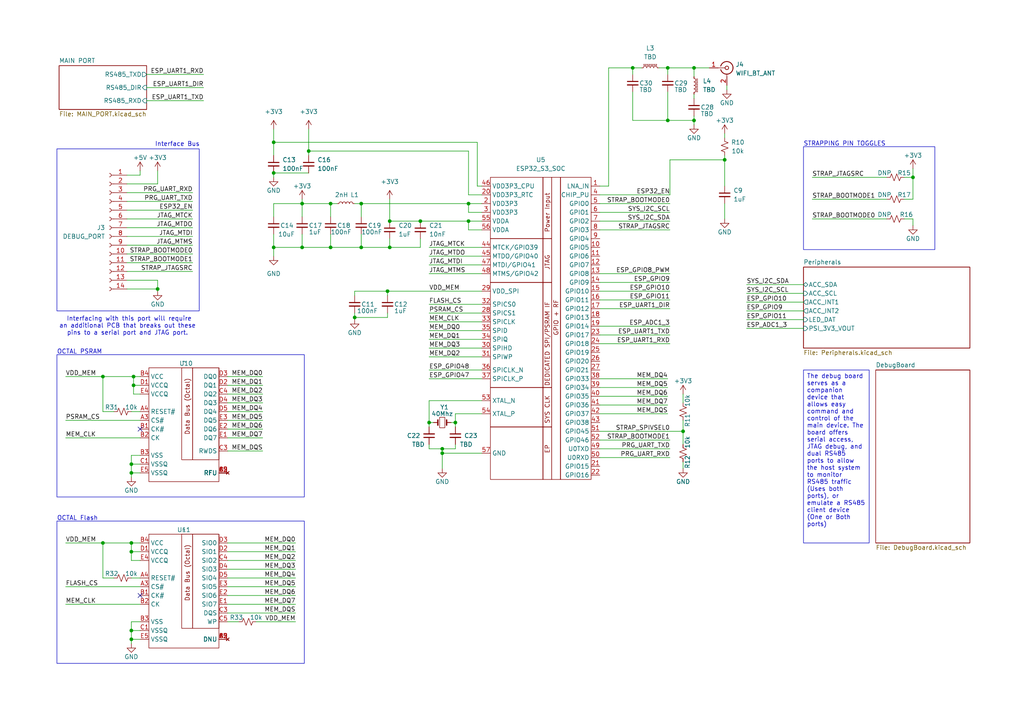
<source format=kicad_sch>
(kicad_sch (version 20250114) (generator "eeschema") (generator_version "9.0")
  (paper "A4")
  (title_block (title "HuffAndPuff") (date "2024-09-17") (rev "A1") (company "DanWave Design LLC.") (comment 1 "In Collaboration with MIF") (comment 2 "Design by: Daniel J Manla") (comment 3 "Open Source Hardware"))
  (lib_symbols
    (symbol "Connector:Conn_01x14_Socket" (pin_names (offset 1.016) (hide yes))
      (property "Reference" "J" (at 0 17.78 0))
      (property "Value" "Conn_01x14_Socket" (at 0 -20.32 0))
      (symbol "Conn_01x14_Socket_1_1"
        (polyline (pts (xy -1.27 15.24) (xy -0.508 15.24)) (stroke (width 0.1524)))
        (polyline (pts (xy -1.27 12.7) (xy -0.508 12.7)) (stroke (width 0.1524)))
        (polyline (pts (xy -1.27 10.16) (xy -0.508 10.16)) (stroke (width 0.1524)))
        (polyline (pts (xy -1.27 7.62) (xy -0.508 7.62)) (stroke (width 0.1524)))
        (polyline (pts (xy -1.27 5.08) (xy -0.508 5.08)) (stroke (width 0.1524)))
        (polyline (pts (xy -1.27 2.54) (xy -0.508 2.54)) (stroke (width 0.1524)))
        (polyline (pts (xy -1.27 0) (xy -0.508 0)) (stroke (width 0.1524)))
        (polyline (pts (xy -1.27 -2.54) (xy -0.508 -2.54)) (stroke (width 0.1524)))
        (polyline (pts (xy -1.27 -5.08) (xy -0.508 -5.08)) (stroke (width 0.1524)))
        (polyline (pts (xy -1.27 -7.62) (xy -0.508 -7.62)) (stroke (width 0.1524)))
        (polyline (pts (xy -1.27 -10.16) (xy -0.508 -10.16)) (stroke (width 0.1524)))
        (polyline (pts (xy -1.27 -12.7) (xy -0.508 -12.7)) (stroke (width 0.1524)))
        (polyline (pts (xy -1.27 -15.24) (xy -0.508 -15.24)) (stroke (width 0.1524)))
        (polyline (pts (xy -1.27 -17.78) (xy -0.508 -17.78)) (stroke (width 0.1524)))
        (arc (start 0 14.732) (mid -0.5058 15.24) (end 0 15.748) (stroke (width 0.1524)))
        (arc (start 0 12.192) (mid -0.5058 12.7) (end 0 13.208) (stroke (width 0.1524)))
        (arc (start 0 9.652) (mid -0.5058 10.16) (end 0 10.668) (stroke (width 0.1524)))
        (arc (start 0 7.112) (mid -0.5058 7.62) (end 0 8.128) (stroke (width 0.1524)))
        (arc (start 0 4.572) (mid -0.5058 5.08) (end 0 5.588) (stroke (width 0.1524)))
        (arc (start 0 2.032) (mid -0.5058 2.54) (end 0 3.048) (stroke (width 0.1524)))
        (arc (start 0 -0.508) (mid -0.5058 0) (end 0 0.508) (stroke (width 0.1524)))
        (arc (start 0 -3.048) (mid -0.5058 -2.54) (end 0 -2.032) (stroke (width 0.1524)))
        (arc (start 0 -5.588) (mid -0.5058 -5.08) (end 0 -4.572) (stroke (width 0.1524)))
        (arc (start 0 -8.128) (mid -0.5058 -7.62) (end 0 -7.112) (stroke (width 0.1524)))
        (arc (start 0 -10.668) (mid -0.5058 -10.16) (end 0 -9.652) (stroke (width 0.1524)))
        (arc (start 0 -13.208) (mid -0.5058 -12.7) (end 0 -12.192) (stroke (width 0.1524)))
        (arc (start 0 -15.748) (mid -0.5058 -15.24) (end 0 -14.732) (stroke (width 0.1524)))
        (arc (start 0 -18.288) (mid -0.5058 -17.78) (end 0 -17.272) (stroke (width 0.1524)))
        (pin passive line (at -5.08 15.24 0) (length 3.81) (name "Pin_1") (number "1"))
        (pin passive line (at -5.08 12.7 0) (length 3.81) (name "Pin_2") (number "2"))
        (pin passive line (at -5.08 10.16 0) (length 3.81) (name "Pin_3") (number "3"))
        (pin passive line (at -5.08 7.62 0) (length 3.81) (name "Pin_4") (number "4"))
        (pin passive line (at -5.08 5.08 0) (length 3.81) (name "Pin_5") (number "5"))
        (pin passive line (at -5.08 2.54 0) (length 3.81) (name "Pin_6") (number "6"))
        (pin passive line (at -5.08 0 0) (length 3.81) (name "Pin_7") (number "7"))
        (pin passive line (at -5.08 -2.54 0) (length 3.81) (name "Pin_8") (number "8"))
        (pin passive line (at -5.08 -5.08 0) (length 3.81) (name "Pin_9") (number "9"))
        (pin passive line (at -5.08 -7.62 0) (length 3.81) (name "Pin_10") (number "10"))
        (pin passive line (at -5.08 -10.16 0) (length 3.81) (name "Pin_11") (number "11"))
        (pin passive line (at -5.08 -12.7 0) (length 3.81) (name "Pin_12") (number "12"))
        (pin passive line (at -5.08 -15.24 0) (length 3.81) (name "Pin_13") (number "13"))
        (pin passive line (at -5.08 -17.78 0) (length 3.81) (name "Pin_14") (number "14"))
      )
    )
    (symbol "Connector:Conn_Coaxial" (pin_names (offset 1.016) (hide yes))
      (property "Reference" "J" (at 0.254 3.048 0))
      (property "Value" "Conn_Coaxial" (at 2.921 0 90))
      (symbol "Conn_Coaxial_0_1"
        (polyline (pts (xy -2.54 0) (xy -0.508 0)))
        (arc (start -1.778 0.508) (mid 0.222 1.8083) (end 1.778 0) (stroke (width 0.254)))
        (arc (start 1.778 0) (mid 0.222 -1.808) (end -1.778 -0.508) (stroke (width 0.254)))
        (circle (center 0 0) (radius 0.508) (stroke (width 0.2032)))
        (polyline (pts (xy 0 -2.54) (xy 0 -1.778)))
      )
      (symbol "Conn_Coaxial_1_1"
        (pin passive line (at -5.08 0 0) (length 2.54) (name "In") (number "1"))
        (pin passive line (at 0 -5.08 90) (length 2.54) (name "Ext") (number "2"))
      )
    )
    (symbol "Device:C_Small" (pin_numbers (hide yes)) (pin_names (offset 0.254) (hide yes))
      (property "Reference" "C" (at 0.254 1.778 0))
      (property "Value" "C_Small" (at 0.254 -2.032 0))
      (symbol "C_Small_0_1"
        (polyline (pts (xy -1.524 0.508) (xy 1.524 0.508)) (stroke (width 0.3048)))
        (polyline (pts (xy -1.524 -0.508) (xy 1.524 -0.508)) (stroke (width 0.3302)))
      )
      (symbol "C_Small_1_1"
        (pin passive line (at 0 2.54 270) (length 2.032) (name "~") (number "1"))
        (pin passive line (at 0 -2.54 90) (length 2.032) (name "~") (number "2"))
      )
    )
    (symbol "Device:Crystal_Small" (pin_numbers (hide yes)) (pin_names (offset 1.016) (hide yes))
      (property "Reference" "Y" (at 0 2.54 0))
      (property "Value" "Crystal_Small" (at 0 -2.54 0))
      (symbol "Crystal_Small_0_1"
        (polyline (pts (xy -1.27 -0.762) (xy -1.27 0.762)) (stroke (width 0.381)))
        (rectangle (start -0.762 -1.524) (end 0.762 1.524))
        (polyline (pts (xy 1.27 -0.762) (xy 1.27 0.762)) (stroke (width 0.381)))
      )
      (symbol "Crystal_Small_1_1"
        (pin passive line (at -2.54 0 0) (length 1.27) (name "1") (number "1"))
        (pin passive line (at 2.54 0 180) (length 1.27) (name "2") (number "2"))
      )
    )
    (symbol "Device:L_Ferrite_Small" (pin_numbers (hide yes)) (pin_names (offset 0.254) (hide yes))
      (property "Reference" "L" (at 1.27 1.016 0))
      (property "Value" "L_Ferrite_Small" (at 1.27 -1.27 0))
      (symbol "L_Ferrite_Small_0_1"
        (arc (start 0 2.032) (mid 0.5058 1.524) (end 0 1.016))
        (arc (start 0 1.016) (mid 0.5058 0.508) (end 0 0))
        (arc (start 0 0) (mid 0.5058 -0.508) (end 0 -1.016))
        (arc (start 0 -1.016) (mid 0.5058 -1.524) (end 0 -2.032))
        (polyline (pts (xy 0.762 1.651) (xy 0.762 1.905)))
        (polyline (pts (xy 0.762 1.143) (xy 0.762 1.397)))
        (polyline (pts (xy 0.762 0.635) (xy 0.762 0.889)))
        (polyline (pts (xy 0.762 0.127) (xy 0.762 0.381)))
        (polyline (pts (xy 0.762 -0.381) (xy 0.762 -0.127)))
        (polyline (pts (xy 0.762 -0.889) (xy 0.762 -0.635)))
        (polyline (pts (xy 0.762 -1.397) (xy 0.762 -1.143)))
        (polyline (pts (xy 0.762 -1.905) (xy 0.762 -1.651)))
        (polyline (pts (xy 1.016 1.905) (xy 1.016 1.651)))
        (polyline (pts (xy 1.016 1.397) (xy 1.016 1.143)))
        (polyline (pts (xy 1.016 0.889) (xy 1.016 0.635)))
        (polyline (pts (xy 1.016 0.381) (xy 1.016 0.127)))
        (polyline (pts (xy 1.016 -0.127) (xy 1.016 -0.381)))
        (polyline (pts (xy 1.016 -0.635) (xy 1.016 -0.889)))
        (polyline (pts (xy 1.016 -1.143) (xy 1.016 -1.397)))
        (polyline (pts (xy 1.016 -1.651) (xy 1.016 -1.905)))
      )
      (symbol "L_Ferrite_Small_1_1"
        (pin passive line (at 0 2.54 270) (length 0.508) (name "~") (number "1"))
        (pin passive line (at 0 -2.54 90) (length 0.508) (name "~") (number "2"))
      )
    )
    (symbol "Device:L_Small" (pin_numbers (hide yes)) (pin_names (offset 0.254) (hide yes))
      (property "Reference" "L" (at 0.762 1.016 0))
      (property "Value" "L_Small" (at 0.762 -1.016 0))
      (symbol "L_Small_0_1"
        (arc (start 0 2.032) (mid 0.5058 1.524) (end 0 1.016))
        (arc (start 0 1.016) (mid 0.5058 0.508) (end 0 0))
        (arc (start 0 0) (mid 0.5058 -0.508) (end 0 -1.016))
        (arc (start 0 -1.016) (mid 0.5058 -1.524) (end 0 -2.032))
      )
      (symbol "L_Small_1_1"
        (pin passive line (at 0 2.54 270) (length 0.508) (name "~") (number "1"))
        (pin passive line (at 0 -2.54 90) (length 0.508) (name "~") (number "2"))
      )
    )
    (symbol "Device:R_Small_US" (pin_numbers (hide yes)) (pin_names (offset 0.254) (hide yes))
      (property "Reference" "R" (at 0.762 0.508 0))
      (property "Value" "R_Small_US" (at 0.762 -1.016 0))
      (symbol "R_Small_US_1_1"
        (polyline (pts (xy 0 1.524) (xy 1.016 1.143) (xy 0 0.762) (xy -1.016 0.381) (xy 0 0)))
        (polyline (pts (xy 0 0) (xy 1.016 -0.381) (xy 0 -0.762) (xy -1.016 -1.143) (xy 0 -1.524)))
        (pin passive line (at 0 2.54 270) (length 1.016) (name "~") (number "1"))
        (pin passive line (at 0 -2.54 90) (length 1.016) (name "~") (number "2"))
      )
    )
    (symbol "ESP32_S3:ESP32_S3_SOC"
      (property "Reference" "U" (at 0 0 0))
      (property "Value" "ESP32_S3_SOC" (at 0 2.54 0))
      (symbol "ESP32_S3_SOC_0_0"
        (rectangle (start -15.24 -1.27) (end 0 -19.05))
        (rectangle (start -15.24 -31.75) (end 0 -62.23))
        (rectangle (start -15.24 -62.23) (end 0 -73.66))
        (rectangle (start -15.24 -73.66) (end 0 -88.9))
        (rectangle (start 0 -1.27) (end 2.54 -19.05))
        (rectangle (start 0 -19.05) (end 2.54 -31.75))
        (rectangle (start 0 -22.86) (end 0 -22.86))
        (rectangle (start 0 -31.75) (end 2.54 -62.23))
        (rectangle (start 0 -62.23) (end 2.54 -73.66))
        (rectangle (start 0 -73.66) (end 2.54 -88.9))
        (rectangle (start 2.54 -1.27) (end 5.08 -88.9))
        (rectangle (start 2.54 -62.23) (end 2.54 -62.23))
        (rectangle (start 5.08 -1.27) (end 13.97 -88.9))
        (text "Power Input" (at 1.27 -11.43 900) (effects (font (size 1.27 1.27))))
        (text "JTAG " (at 1.27 -25.4 900) (effects (font (size 1.27 1.27))))
        (text "DEDICATED SPI/PSRAM IF" (at 1.27 -49.53 900) (effects (font (size 1.27 1.27))))
        (text "SYS CLK" (at 1.27 -68.58 900) (effects (font (size 1.27 1.27))))
        (text "EP" (at 1.27 -80.01 900) (effects (font (size 1.27 1.27))))
        (text "GPIO + RF" (at 3.81 -41.91 900) (effects (font (size 1.27 1.27))))
        (pin power_in line (at -17.78 -3.81 0) (length 2.54) (name "VDD3P3_CPU") (number "46"))
        (pin power_in line (at -17.78 -13.97 0) (length 2.54) (name "VDDA") (number "55"))
        (pin power_in line (at -17.78 -16.51 0) (length 2.54) (name "VDDA") (number "56"))
        (pin bidirectional line (at -17.78 -66.04 0) (length 2.54) (name "XTAL_N") (number "53"))
        (pin bidirectional line (at -17.78 -69.85 0) (length 2.54) (name "XTAL_P") (number "54"))
        (pin power_out line (at -17.78 -81.28 0) (length 2.54) (name "GND") (number "57"))
        (pin bidirectional line (at 16.51 -74.93 180) (length 2.54) (name "GPIO45") (number "51"))
        (pin bidirectional line (at 16.51 -77.47 180) (length 2.54) (name "GPIO46") (number "52"))
        (pin output line (at 16.51 -80.01 180) (length 2.54) (name "U0TXD") (number "49"))
        (pin input line (at 16.51 -82.55 180) (length 2.54) (name "U0RXD") (number "50"))
      )
      (symbol "ESP32_S3_SOC_0_1"
        (rectangle (start -15.24 -19.05) (end 0 -31.75))
      )
      (symbol "ESP32_S3_SOC_1_1"
        (pin power_in line (at -17.78 -6.35 0) (length 2.54) (name "VDD3P3_RTC") (number "20"))
        (pin power_in line (at -17.78 -8.89 0) (length 2.54) (name "VDD3P3") (number "2"))
        (pin power_in line (at -17.78 -11.43 0) (length 2.54) (name "VDD3P3") (number "3"))
        (pin bidirectional line (at -17.78 -21.59 0) (length 2.54) (name "MTCK/GPIO39") (number "44"))
        (pin bidirectional line (at -17.78 -24.13 0) (length 2.54) (name "MTDO/GPIO40") (number "45"))
        (pin bidirectional line (at -17.78 -26.67 0) (length 2.54) (name "MTDI/GPIO41") (number "47"))
        (pin bidirectional line (at -17.78 -29.21 0) (length 2.54) (name "MTMS/GPIO42") (number "48"))
        (pin power_out line (at -17.78 -34.29 0) (length 2.54) (name "VDD_SPI") (number "29"))
        (pin bidirectional line (at -17.78 -38.1 0) (length 2.54) (name "SPICS0") (number "32"))
        (pin bidirectional line (at -17.78 -40.64 0) (length 2.54) (name "SPICS1") (number "28"))
        (pin output line (at -17.78 -43.18 0) (length 2.54) (name "SPICLK") (number "33"))
        (pin bidirectional line (at -17.78 -45.72 0) (length 2.54) (name "SPID") (number "35"))
        (pin bidirectional line (at -17.78 -48.26 0) (length 2.54) (name "SPIQ") (number "34"))
        (pin bidirectional line (at -17.78 -50.8 0) (length 2.54) (name "SPIHD") (number "30"))
        (pin bidirectional line (at -17.78 -53.34 0) (length 2.54) (name "SPIWP") (number "31"))
        (pin bidirectional line (at -17.78 -57.15 0) (length 2.54) (name "SPICLK_N") (number "36"))
        (pin bidirectional line (at -17.78 -59.69 0) (length 2.54) (name "SPICLK_P") (number "37"))
        (pin input line (at 16.51 -3.81 180) (length 2.54) (name "LNA_IN") (number "1"))
        (pin input line (at 16.51 -6.35 180) (length 2.54) (name "CHIP_PU") (number "4"))
        (pin bidirectional line (at 16.51 -8.89 180) (length 2.54) (name "GPIO0") (number "5"))
        (pin bidirectional line (at 16.51 -11.43 180) (length 2.54) (name "GPIO1") (number "6"))
        (pin bidirectional line (at 16.51 -13.97 180) (length 2.54) (name "GPIO2") (number "7"))
        (pin bidirectional line (at 16.51 -16.51 180) (length 2.54) (name "GPIO3") (number "8"))
        (pin bidirectional line (at 16.51 -19.05 180) (length 2.54) (name "GPIO4") (number "9"))
        (pin bidirectional line (at 16.51 -21.59 180) (length 2.54) (name "GPIO5") (number "10"))
        (pin bidirectional line (at 16.51 -24.13 180) (length 2.54) (name "GPIO6") (number "11"))
        (pin bidirectional line (at 16.51 -26.67 180) (length 2.54) (name "GPIO7") (number "12"))
        (pin bidirectional line (at 16.51 -29.21 180) (length 2.54) (name "GPIO8") (number "13"))
        (pin bidirectional line (at 16.51 -31.75 180) (length 2.54) (name "GPIO9") (number "14"))
        (pin bidirectional line (at 16.51 -34.29 180) (length 2.54) (name "GPIO10") (number "15"))
        (pin bidirectional line (at 16.51 -36.83 180) (length 2.54) (name "GPIO11") (number "16"))
        (pin bidirectional line (at 16.51 -39.37 180) (length 2.54) (name "GPIO12") (number "17"))
        (pin bidirectional line (at 16.51 -41.91 180) (length 2.54) (name "GPIO13") (number "18"))
        (pin bidirectional line (at 16.51 -44.45 180) (length 2.54) (name "GPIO14") (number "19"))
        (pin bidirectional line (at 16.51 -46.99 180) (length 2.54) (name "GPIO17") (number "23"))
        (pin bidirectional line (at 16.51 -49.53 180) (length 2.54) (name "GPIO18") (number "24"))
        (pin bidirectional line (at 16.51 -52.07 180) (length 2.54) (name "GPIO19") (number "25"))
        (pin bidirectional line (at 16.51 -54.61 180) (length 2.54) (name "GPIO20") (number "26"))
        (pin bidirectional line (at 16.51 -57.15 180) (length 2.54) (name "GPIO21") (number "27"))
        (pin bidirectional line (at 16.51 -59.69 180) (length 2.54) (name "GPIO33") (number "38"))
        (pin bidirectional line (at 16.51 -62.23 180) (length 2.54) (name "GPIO34") (number "39"))
        (pin bidirectional line (at 16.51 -64.77 180) (length 2.54) (name "GPIO35") (number "40"))
        (pin bidirectional line (at 16.51 -67.31 180) (length 2.54) (name "GPIO36") (number "41"))
        (pin bidirectional line (at 16.51 -69.85 180) (length 2.54) (name "GPIO37") (number "42"))
        (pin bidirectional line (at 16.51 -72.39 180) (length 2.54) (name "GPIO38") (number "43"))
        (pin input line (at 16.51 -85.09 180) (length 2.54) (name "GPIO15") (number "21"))
        (pin bidirectional line (at 16.51 -87.63 180) (length 2.54) (name "GPIO16") (number "22"))
      )
    )
    (symbol "External_RAM:S70K_HYPERRAM"
      (property "Reference" "U" (at 0 1.27 0))
      (symbol "S70K_HYPERRAM_0_1"
        (rectangle (start -0.635 0) (end 2.54 -26.67))
        (rectangle (start 2.54 0) (end 10.16 -26.67))
      )
      (symbol "S70K_HYPERRAM_1_1"
        (rectangle (start -10.16 0) (end 10.16 -33.02))
        (text "Data Bus (Octal)" (at 1.016 -11.176 900) (effects (font (size 1.27 1.27))))
        (pin input line (at -12.7 -2.54 0) (length 2.54) (name "VCC") (number "B4"))
        (pin power_in line (at -12.7 -5.08 0) (length 2.54) (name "VCCQ") (number "D1"))
        (pin power_in line (at -12.7 -7.62 0) (length 2.54) (name "VCCQ") (number "E4"))
        (pin input line (at -12.7 -12.7 0) (length 2.54) (name "RESET#") (number "A4"))
        (pin input line (at -12.7 -15.24 0) (length 2.54) (name "CS#") (number "A3"))
        (pin input line (at -12.7 -17.78 0) (length 2.54) (name "CK#") (number "B1"))
        (pin input line (at -12.7 -20.32 0) (length 2.54) (name "CK") (number "B2"))
        (pin power_in line (at -12.7 -25.4 0) (length 2.54) (name "VSS") (number "B3"))
        (pin power_in line (at -12.7 -27.94 0) (length 2.54) (name "VSSQ") (number "C1"))
        (pin bidirectional line (at -12.7 -30.48 0) (length 2.54) (name "VSSQ") (number "E5"))
        (pin bidirectional line (at 12.7 -2.54 180) (length 2.54) (name "DQ0") (number "D3"))
        (pin bidirectional line (at 12.7 -5.08 180) (length 2.54) (name "DQ1") (number "D2"))
        (pin bidirectional line (at 12.7 -7.62 180) (length 2.54) (name "DQ2") (number "C4"))
        (pin bidirectional line (at 12.7 -10.16 180) (length 2.54) (name "DQ3") (number "D4"))
        (pin bidirectional line (at 12.7 -12.7 180) (length 2.54) (name "DQ4") (number "D5"))
        (pin bidirectional line (at 12.7 -15.24 180) (length 2.54) (name "DQ5") (number "E3"))
        (pin bidirectional line (at 12.7 -17.78 180) (length 2.54) (name "DQ6") (number "E2"))
        (pin bidirectional line (at 12.7 -20.32 180) (length 2.54) (name "DQ7") (number "E1"))
        (pin input line (at 12.7 -24.13 180) (length 2.54) (name "RWDS") (number "C3"))
        (pin no_connect line (at 12.7 -30.48 180) (length 2.54) (name "RFU") (number "A2"))
        (pin no_connect line (at 12.7 -30.48 180) (length 2.54) (name "RFU") (number "A5"))
        (pin no_connect line (at 12.7 -30.48 180) (length 2.54) (name "RFU") (number "B5"))
        (pin no_connect line (at 12.7 -30.48 180) (length 2.54) (name "RFU") (number "C2"))
        (pin no_connect line (at 12.7 -30.48 180) (length 2.54) (name "RFU") (number "C5"))
      )
    )
    (symbol "Flash:MX25LM25645G"
      (property "Reference" "U" (at 0 0 0))
      (symbol "MX25LM25645G_0_1"
        (rectangle (start -0.635 -1.27) (end 2.54 -28.575))
        (rectangle (start 2.54 -1.27) (end 10.16 -28.575))
      )
      (symbol "MX25LM25645G_1_1"
        (rectangle (start -10.16 -1.27) (end 10.16 -34.29))
        (text "Data Bus (Octal)" (at 1.016 -12.446 900) (effects (font (size 1.27 1.27))))
        (pin input line (at -12.7 -3.81 0) (length 2.54) (name "VCC") (number "B4"))
        (pin power_in line (at -12.7 -6.35 0) (length 2.54) (name "VCCQ") (number "D1"))
        (pin power_in line (at -12.7 -8.89 0) (length 2.54) (name "VCCQ") (number "E4"))
        (pin input line (at -12.7 -13.97 0) (length 2.54) (name "RESET#") (number "A4"))
        (pin input line (at -12.7 -16.51 0) (length 2.54) (name "CS#") (number "A3"))
        (pin input line (at -12.7 -19.05 0) (length 2.54) (name "CK#") (number "B1"))
        (pin input line (at -12.7 -21.59 0) (length 2.54) (name "CK") (number "B2"))
        (pin power_in line (at -12.7 -26.67 0) (length 2.54) (name "VSS") (number "B3"))
        (pin power_in line (at -12.7 -29.21 0) (length 2.54) (name "VSSQ") (number "C1"))
        (pin bidirectional line (at -12.7 -31.75 0) (length 2.54) (name "VSSQ") (number "E5"))
        (pin bidirectional line (at 12.7 -3.81 180) (length 2.54) (name "SIO0") (number "D3"))
        (pin bidirectional line (at 12.7 -6.35 180) (length 2.54) (name "SIO1") (number "D2"))
        (pin bidirectional line (at 12.7 -8.89 180) (length 2.54) (name "SIO2") (number "C4"))
        (pin bidirectional line (at 12.7 -11.43 180) (length 2.54) (name "SIO3") (number "D4"))
        (pin bidirectional line (at 12.7 -13.97 180) (length 2.54) (name "SIO4") (number "D5"))
        (pin bidirectional line (at 12.7 -16.51 180) (length 2.54) (name "SIO5") (number "E3"))
        (pin bidirectional line (at 12.7 -19.05 180) (length 2.54) (name "SIO6") (number "E2"))
        (pin bidirectional line (at 12.7 -21.59 180) (length 2.54) (name "SIO7") (number "E1"))
        (pin input line (at 12.7 -24.13 180) (length 2.54) (name "DQS") (number "C3"))
        (pin input line (at 12.7 -26.67 180) (length 2.54) (name "WP") (number "C5"))
        (pin no_connect line (at 12.7 -31.75 180) (length 2.54) (name "DNU") (number "A2"))
        (pin no_connect line (at 12.7 -31.75 180) (length 2.54) (name "DNU") (number "A5"))
        (pin no_connect line (at 12.7 -31.75 180) (length 2.54) (name "DNU") (number "B5"))
        (pin no_connect line (at 12.7 -31.75 180) (length 2.54) (name "DNU") (number "C2"))
      )
    )
    (symbol "power:+3V3" (power) (pin_names (offset 0))
      (property "Value" "+3V3" (at 0 3.556 0))
      (symbol "+3V3_0_1"
        (polyline (pts (xy -0.762 1.27) (xy 0 2.54)))
        (polyline (pts (xy 0 2.54) (xy 0.762 1.27)))
        (polyline (pts (xy 0 0) (xy 0 2.54)))
      )
      (symbol "+3V3_1_1"
        (pin power_in line (at 0 0 90) (length 0) (hide yes) (name "+3V3") (number "1"))
      )
    )
    (symbol "power:+5V" (power) (pin_numbers (hide yes)) (pin_names (offset 0) (hide yes))
      (property "Value" "+5V" (at 0 3.556 0))
      (symbol "+5V_0_1"
        (polyline (pts (xy -0.762 1.27) (xy 0 2.54)))
        (polyline (pts (xy 0 2.54) (xy 0.762 1.27)))
        (polyline (pts (xy 0 0) (xy 0 2.54)))
      )
      (symbol "+5V_1_1"
        (pin power_in line (at 0 0 90) (length 0) (name "~") (number "1"))
      )
    )
    (symbol "power:GND" (power) (pin_names (offset 0))
      (property "Value" "GND" (at 0 -3.81 0))
      (symbol "GND_0_1"
        (polyline (pts (xy 0 0) (xy 0 -1.27) (xy 1.27 -1.27) (xy 0 -2.54) (xy -1.27 -1.27) (xy 0 -1.27)))
      )
      (symbol "GND_1_1"
        (pin power_in line (at 0 0 270) (length 0) (hide yes) (name "GND") (number "1"))
      )
    )
  )
  (rectangle (start 16.51 151.13) (end 88.265 192.405))
  (rectangle (start 233.045 42.545) (end 271.145 72.39))
  (rectangle (start 16.51 90.17) (end 57.785 43.18))
  (rectangle (start 16.51 102.87) (end 88.265 144.145))
  (text "Interfacing with this port will require\nan additional PCB that breaks out these \npins to a serial port and JTAG port. " (at 37.465 94.615 0) (effects (font (size 1.27 1.27))))
  (text "STRAPPING PIN TOGGLES" (at 233.045 42.545 0) (effects (font (size 1.27 1.27)) (justify left bottom)))
  (text "Interface Bus" (at 51.435 41.91 0) (effects (font (size 1.27 1.27))))
  (text "OCTAL Flash" (at 16.51 151.13 0) (effects (font (size 1.27 1.27)) (justify left bottom)))
  (text "OCTAL PSRAM" (at 16.51 102.87 0) (effects (font (size 1.27 1.27)) (justify left bottom)))
  (text_box "The debug board serves as a companion device that allows easy command and control of the main device. The board offers serial access, JTAG debug, and dual RS485 ports to allow the host system to monitor RS485 traffic (Uses both ports), or emulate a RS485 client device (One or Both ports)" (at 233.045 107.315 0) (size 19.05 50.165) (margins 0.9525 0.9525 0.9525 0.9525) (effects (font (size 1.27 1.27)) (justify left top)))
  (junction (at 38.1 182.88))
  (junction (at 79.375 71.755))
  (junction (at 38.1 160.02))
  (junction (at 104.775 71.755))
  (junction (at 95.885 71.755))
  (junction (at 38.1 137.16))
  (junction (at 264.795 51.435))
  (junction (at 210.185 46.355))
  (junction (at 193.675 34.925))
  (junction (at 87.63 59.055))
  (junction (at 132.08 122.555))
  (junction (at 38.735 109.22))
  (junction (at 38.1 134.62))
  (junction (at 135.89 59.055))
  (junction (at 183.515 19.685))
  (junction (at 87.63 71.755))
  (junction (at 113.03 71.755))
  (junction (at 104.775 59.055))
  (junction (at 201.295 34.925))
  (junction (at 113.03 64.135))
  (junction (at 112.395 84.455))
  (junction (at 38.1 157.48))
  (junction (at 198.12 125.095))
  (junction (at 201.295 19.685))
  (junction (at 102.87 92.075))
  (junction (at 135.89 64.135))
  (junction (at 38.1 185.42))
  (junction (at 38.735 111.76))
  (junction (at 124.46 122.555))
  (junction (at 193.675 19.685))
  (junction (at 45.72 83.82))
  (junction (at 79.375 41.275))
  (junction (at 89.535 43.815))
  (junction (at 128.27 130.175))
  (junction (at 121.92 64.135))
  (junction (at 128.27 131.445))
  (junction (at 95.885 59.055))
  (junction (at 29.845 109.22))
  (junction (at 79.375 50.165))
  (junction (at 29.845 157.48))
  (no_connect (at 40.64 124.46))
  (no_connect (at 40.64 172.72))
  (wire (pts (xy 112.395 92.075) (xy 112.395 90.805)))
  (wire (pts (xy 33.02 119.38) (xy 29.845 119.38)))
  (wire (pts (xy 198.12 121.92) (xy 198.12 125.095)))
  (wire (pts (xy 40.64 114.3) (xy 38.735 114.3)))
  (wire (pts (xy 42.545 29.21) (xy 59.055 29.21)))
  (wire (pts (xy 74.295 180.34) (xy 85.725 180.34)))
  (wire (pts (xy 138.43 41.275) (xy 138.43 53.975)))
  (wire (pts (xy 262.255 51.435) (xy 264.795 51.435)))
  (wire (pts (xy 38.735 111.76) (xy 40.64 111.76)))
  (wire (pts (xy 36.83 76.2) (xy 55.88 76.2)))
  (wire (pts (xy 29.845 157.48) (xy 38.1 157.48)))
  (wire (pts (xy 36.83 66.04) (xy 55.88 66.04)))
  (wire (pts (xy 193.675 34.925) (xy 201.295 34.925)))
  (wire (pts (xy 191.135 19.685) (xy 193.675 19.685)))
  (wire (pts (xy 128.27 131.445) (xy 128.27 135.89)))
  (wire (pts (xy 104.775 67.945) (xy 104.775 71.755)))
  (wire (pts (xy 173.99 99.695) (xy 194.31 99.695)))
  (wire (pts (xy 66.04 170.18) (xy 85.725 170.18)))
  (wire (pts (xy 235.585 63.5) (xy 257.175 63.5)))
  (wire (pts (xy 124.46 128.905) (xy 124.46 130.175)))
  (wire (pts (xy 216.535 87.63) (xy 233.045 87.63)))
  (wire (pts (xy 210.185 59.055) (xy 210.185 63.5)))
  (wire (pts (xy 19.05 109.22) (xy 29.845 109.22)))
  (wire (pts (xy 173.99 56.515) (xy 194.31 56.515)))
  (wire (pts (xy 112.395 84.455) (xy 112.395 85.725)))
  (wire (pts (xy 176.53 53.975) (xy 176.53 19.685)))
  (wire (pts (xy 38.1 160.02) (xy 38.1 162.56)))
  (wire (pts (xy 139.7 131.445) (xy 128.27 131.445)))
  (wire (pts (xy 36.83 71.12) (xy 55.88 71.12)))
  (wire (pts (xy 235.585 51.435) (xy 257.175 51.435)))
  (wire (pts (xy 79.375 71.755) (xy 87.63 71.755)))
  (wire (pts (xy 193.675 19.685) (xy 201.295 19.685)))
  (wire (pts (xy 264.795 63.5) (xy 264.795 65.405)))
  (wire (pts (xy 201.295 33.655) (xy 201.295 34.925)))
  (wire (pts (xy 124.46 98.425) (xy 139.7 98.425)))
  (wire (pts (xy 38.735 114.3) (xy 38.735 111.76)))
  (wire (pts (xy 36.83 55.88) (xy 55.88 55.88)))
  (wire (pts (xy 194.31 56.515) (xy 194.31 46.355)))
  (wire (pts (xy 173.99 125.095) (xy 198.12 125.095)))
  (wire (pts (xy 216.535 95.25) (xy 233.045 95.25)))
  (wire (pts (xy 124.46 95.885) (xy 139.7 95.885)))
  (wire (pts (xy 216.535 92.71) (xy 233.045 92.71)))
  (wire (pts (xy 173.99 120.015) (xy 193.675 120.015)))
  (wire (pts (xy 139.7 90.805) (xy 124.46 90.805)))
  (wire (pts (xy 235.585 57.785) (xy 257.175 57.785)))
  (wire (pts (xy 139.7 66.675) (xy 135.89 66.675)))
  (wire (pts (xy 38.1 162.56) (xy 40.64 162.56)))
  (wire (pts (xy 124.46 107.315) (xy 139.7 107.315)))
  (wire (pts (xy 19.05 170.18) (xy 40.64 170.18)))
  (wire (pts (xy 112.395 84.455) (xy 139.7 84.455)))
  (wire (pts (xy 194.31 46.355) (xy 210.185 46.355)))
  (wire (pts (xy 264.795 48.895) (xy 264.795 51.435)))
  (wire (pts (xy 33.02 167.64) (xy 29.845 167.64)))
  (wire (pts (xy 66.04 121.92) (xy 76.2 121.92)))
  (wire (pts (xy 124.46 103.505) (xy 139.7 103.505)))
  (wire (pts (xy 45.72 83.82) (xy 45.72 84.455)))
  (wire (pts (xy 132.08 120.015) (xy 132.08 122.555)))
  (wire (pts (xy 66.04 167.64) (xy 85.725 167.64)))
  (wire (pts (xy 201.295 27.305) (xy 201.295 28.575)))
  (wire (pts (xy 210.185 45.085) (xy 210.185 46.355)))
  (wire (pts (xy 176.53 19.685) (xy 183.515 19.685)))
  (wire (pts (xy 201.295 19.685) (xy 205.74 19.685)))
  (wire (pts (xy 173.99 79.375) (xy 194.31 79.375)))
  (wire (pts (xy 262.255 57.785) (xy 264.795 57.785)))
  (wire (pts (xy 87.63 57.785) (xy 87.63 59.055)))
  (wire (pts (xy 38.1 160.02) (xy 40.64 160.02)))
  (wire (pts (xy 124.46 93.345) (xy 139.7 93.345)))
  (wire (pts (xy 173.99 132.715) (xy 194.31 132.715)))
  (wire (pts (xy 95.885 71.755) (xy 104.775 71.755)))
  (wire (pts (xy 38.1 167.64) (xy 40.64 167.64)))
  (wire (pts (xy 121.92 71.755) (xy 121.92 69.215)))
  (wire (pts (xy 183.515 19.685) (xy 186.055 19.685)))
  (wire (pts (xy 113.03 64.135) (xy 121.92 64.135)))
  (wire (pts (xy 138.43 53.975) (xy 139.7 53.975)))
  (wire (pts (xy 135.89 59.055) (xy 139.7 59.055)))
  (wire (pts (xy 45.72 81.28) (xy 45.72 83.82)))
  (wire (pts (xy 139.7 64.135) (xy 135.89 64.135)))
  (wire (pts (xy 79.375 67.945) (xy 79.375 71.755)))
  (wire (pts (xy 38.1 182.88) (xy 38.1 185.42)))
  (wire (pts (xy 135.89 56.515) (xy 135.89 43.815)))
  (wire (pts (xy 135.89 66.675) (xy 135.89 64.135)))
  (wire (pts (xy 264.795 51.435) (xy 264.795 57.785)))
  (wire (pts (xy 36.83 81.28) (xy 45.72 81.28)))
  (wire (pts (xy 198.12 114.3) (xy 198.12 116.84)))
  (wire (pts (xy 36.83 73.66) (xy 55.88 73.66)))
  (wire (pts (xy 183.515 34.925) (xy 193.675 34.925)))
  (wire (pts (xy 113.03 69.215) (xy 113.03 71.755)))
  (wire (pts (xy 79.375 59.055) (xy 79.375 62.865)))
  (wire (pts (xy 124.46 116.205) (xy 124.46 122.555)))
  (wire (pts (xy 36.83 58.42) (xy 55.88 58.42)))
  (wire (pts (xy 89.535 43.815) (xy 89.535 45.085)))
  (wire (pts (xy 66.04 116.84) (xy 76.2 116.84)))
  (wire (pts (xy 201.295 19.685) (xy 201.295 22.225)))
  (wire (pts (xy 38.735 109.22) (xy 40.64 109.22)))
  (wire (pts (xy 173.99 112.395) (xy 193.675 112.395)))
  (wire (pts (xy 135.89 61.595) (xy 135.89 59.055)))
  (wire (pts (xy 113.03 57.785) (xy 113.03 64.135)))
  (wire (pts (xy 130.81 122.555) (xy 132.08 122.555)))
  (wire (pts (xy 66.04 177.8) (xy 85.725 177.8)))
  (wire (pts (xy 124.46 76.835) (xy 139.7 76.835)))
  (wire (pts (xy 124.46 122.555) (xy 125.73 122.555)))
  (wire (pts (xy 38.1 185.42) (xy 38.1 186.69)))
  (wire (pts (xy 66.04 172.72) (xy 85.725 172.72)))
  (wire (pts (xy 104.775 59.055) (xy 135.89 59.055)))
  (wire (pts (xy 198.12 125.095) (xy 198.12 128.905)))
  (wire (pts (xy 29.845 167.64) (xy 29.845 157.48)))
  (wire (pts (xy 124.46 122.555) (xy 124.46 123.825)))
  (wire (pts (xy 102.87 84.455) (xy 112.395 84.455)))
  (wire (pts (xy 216.535 85.09) (xy 233.045 85.09)))
  (wire (pts (xy 66.04 114.3) (xy 76.2 114.3)))
  (wire (pts (xy 128.27 130.175) (xy 132.08 130.175)))
  (wire (pts (xy 29.845 119.38) (xy 29.845 109.22)))
  (wire (pts (xy 173.99 64.135) (xy 194.31 64.135)))
  (wire (pts (xy 216.535 82.55) (xy 233.045 82.55)))
  (wire (pts (xy 38.1 157.48) (xy 40.64 157.48)))
  (wire (pts (xy 183.515 26.67) (xy 183.515 34.925)))
  (wire (pts (xy 198.12 133.985) (xy 198.12 135.89)))
  (wire (pts (xy 38.1 137.16) (xy 38.1 138.43)))
  (wire (pts (xy 66.04 127) (xy 76.2 127)))
  (wire (pts (xy 79.375 50.165) (xy 79.375 51.435)))
  (wire (pts (xy 66.04 175.26) (xy 85.725 175.26)))
  (wire (pts (xy 173.99 97.155) (xy 194.31 97.155)))
  (wire (pts (xy 36.83 53.34) (xy 45.72 53.34)))
  (wire (pts (xy 36.83 68.58) (xy 55.88 68.58)))
  (wire (pts (xy 19.05 127) (xy 40.64 127)))
  (wire (pts (xy 216.535 90.17) (xy 233.045 90.17)))
  (wire (pts (xy 38.1 157.48) (xy 38.1 160.02)))
  (wire (pts (xy 89.535 50.165) (xy 79.375 50.165)))
  (wire (pts (xy 193.675 19.685) (xy 193.675 21.59)))
  (wire (pts (xy 29.845 109.22) (xy 38.735 109.22)))
  (wire (pts (xy 173.99 84.455) (xy 194.31 84.455)))
  (wire (pts (xy 173.99 81.915) (xy 194.31 81.915)))
  (wire (pts (xy 210.185 46.355) (xy 210.185 53.975)))
  (wire (pts (xy 210.185 38.735) (xy 210.185 40.005)))
  (wire (pts (xy 40.64 134.62) (xy 38.1 134.62)))
  (wire (pts (xy 173.99 59.055) (xy 194.31 59.055)))
  (wire (pts (xy 102.87 90.805) (xy 102.87 92.075)))
  (wire (pts (xy 124.46 88.265) (xy 139.7 88.265)))
  (wire (pts (xy 132.08 128.905) (xy 132.08 130.175)))
  (wire (pts (xy 36.83 50.8) (xy 40.64 50.8)))
  (wire (pts (xy 38.1 185.42) (xy 40.64 185.42)))
  (wire (pts (xy 139.7 61.595) (xy 135.89 61.595)))
  (wire (pts (xy 66.04 165.1) (xy 85.725 165.1)))
  (wire (pts (xy 173.99 89.535) (xy 194.31 89.535)))
  (wire (pts (xy 124.46 100.965) (xy 139.7 100.965)))
  (wire (pts (xy 102.87 92.71) (xy 102.87 92.075)))
  (wire (pts (xy 173.99 117.475) (xy 193.675 117.475)))
  (wire (pts (xy 38.1 132.08) (xy 38.1 134.62)))
  (wire (pts (xy 79.375 45.085) (xy 79.375 41.275)))
  (wire (pts (xy 66.04 160.02) (xy 85.725 160.02)))
  (wire (pts (xy 173.99 66.675) (xy 194.31 66.675)))
  (wire (pts (xy 87.63 59.055) (xy 87.63 62.865)))
  (wire (pts (xy 124.46 130.175) (xy 128.27 130.175)))
  (wire (pts (xy 19.05 121.92) (xy 40.64 121.92)))
  (wire (pts (xy 139.7 116.205) (xy 124.46 116.205)))
  (wire (pts (xy 173.99 114.935) (xy 193.675 114.935)))
  (wire (pts (xy 38.1 134.62) (xy 38.1 137.16)))
  (wire (pts (xy 19.05 157.48) (xy 29.845 157.48)))
  (wire (pts (xy 173.99 61.595) (xy 194.31 61.595)))
  (wire (pts (xy 40.64 180.34) (xy 38.1 180.34)))
  (wire (pts (xy 128.27 131.445) (xy 128.27 130.175)))
  (wire (pts (xy 87.63 71.755) (xy 95.885 71.755)))
  (wire (pts (xy 66.04 109.22) (xy 76.2 109.22)))
  (wire (pts (xy 201.295 34.925) (xy 201.295 36.195)))
  (wire (pts (xy 66.04 130.81) (xy 76.2 130.81)))
  (wire (pts (xy 183.515 19.685) (xy 183.515 21.59)))
  (wire (pts (xy 95.885 59.055) (xy 97.79 59.055)))
  (wire (pts (xy 124.46 109.855) (xy 139.7 109.855)))
  (wire (pts (xy 87.63 59.055) (xy 79.375 59.055)))
  (wire (pts (xy 79.375 37.465) (xy 79.375 41.275)))
  (wire (pts (xy 210.82 24.765) (xy 210.82 26.035)))
  (wire (pts (xy 104.775 71.755) (xy 113.03 71.755)))
  (wire (pts (xy 102.87 84.455) (xy 102.87 85.725)))
  (wire (pts (xy 95.885 59.055) (xy 87.63 59.055)))
  (wire (pts (xy 79.375 41.275) (xy 138.43 41.275)))
  (wire (pts (xy 135.89 56.515) (xy 139.7 56.515)))
  (wire (pts (xy 36.83 83.82) (xy 45.72 83.82)))
  (wire (pts (xy 124.46 71.755) (xy 139.7 71.755)))
  (wire (pts (xy 139.7 120.015) (xy 132.08 120.015)))
  (wire (pts (xy 36.83 60.96) (xy 55.88 60.96)))
  (wire (pts (xy 87.63 67.945) (xy 87.63 71.755)))
  (wire (pts (xy 38.735 111.76) (xy 38.735 109.22)))
  (wire (pts (xy 66.04 157.48) (xy 85.725 157.48)))
  (wire (pts (xy 36.83 78.74) (xy 55.88 78.74)))
  (wire (pts (xy 193.675 26.67) (xy 193.675 34.925)))
  (wire (pts (xy 124.46 74.295) (xy 139.7 74.295)))
  (wire (pts (xy 262.255 63.5) (xy 264.795 63.5)))
  (wire (pts (xy 173.99 127.635) (xy 194.31 127.635)))
  (wire (pts (xy 173.99 86.995) (xy 194.31 86.995)))
  (wire (pts (xy 42.545 21.59) (xy 59.055 21.59)))
  (wire (pts (xy 36.83 63.5) (xy 55.88 63.5)))
  (wire (pts (xy 113.03 71.755) (xy 121.92 71.755)))
  (wire (pts (xy 19.05 175.26) (xy 40.64 175.26)))
  (wire (pts (xy 173.99 53.975) (xy 176.53 53.975)))
  (wire (pts (xy 135.89 43.815) (xy 89.535 43.815)))
  (wire (pts (xy 66.04 124.46) (xy 76.2 124.46)))
  (wire (pts (xy 66.04 119.38) (xy 76.2 119.38)))
  (wire (pts (xy 95.885 59.055) (xy 95.885 62.865)))
  (wire (pts (xy 132.08 122.555) (xy 132.08 123.825)))
  (wire (pts (xy 66.04 162.56) (xy 85.725 162.56)))
  (wire (pts (xy 42.545 25.4) (xy 59.055 25.4)))
  (wire (pts (xy 102.87 92.075) (xy 112.395 92.075)))
  (wire (pts (xy 45.72 53.34) (xy 45.72 49.53)))
  (wire (pts (xy 173.99 130.175) (xy 194.31 130.175)))
  (wire (pts (xy 173.99 94.615) (xy 194.31 94.615)))
  (wire (pts (xy 89.535 37.465) (xy 89.535 43.815)))
  (wire (pts (xy 124.46 79.375) (xy 139.7 79.375)))
  (wire (pts (xy 66.04 111.76) (xy 76.2 111.76)))
  (wire (pts (xy 79.375 71.755) (xy 79.375 74.295)))
  (wire (pts (xy 102.87 59.055) (xy 104.775 59.055)))
  (wire (pts (xy 66.04 180.34) (xy 69.215 180.34)))
  (wire (pts (xy 40.64 182.88) (xy 38.1 182.88)))
  (wire (pts (xy 121.92 64.135) (xy 135.89 64.135)))
  (wire (pts (xy 38.1 137.16) (xy 40.64 137.16)))
  (wire (pts (xy 40.64 50.8) (xy 40.64 49.53)))
  (wire (pts (xy 173.99 109.855) (xy 193.675 109.855)))
  (wire (pts (xy 104.775 59.055) (xy 104.775 62.865)))
  (wire (pts (xy 95.885 67.945) (xy 95.885 71.755)))
  (wire (pts (xy 40.64 132.08) (xy 38.1 132.08)))
  (wire (pts (xy 38.1 180.34) (xy 38.1 182.88)))
  (wire (pts (xy 38.1 119.38) (xy 40.64 119.38)))
  (label "MEM_DQ5" (at 76.2 121.92 180))
  (label "MEM_DQS" (at 76.2 130.81 180))
  (label "PRG_UART_TXD" (at 194.31 130.175 180))
  (label "ESP_GPIO11" (at 194.31 86.995 180))
  (label "MEM_CLK" (at 19.05 127 0))
  (label "MEM_DQ2" (at 76.2 114.3 180))
  (label "JTAG_MTDO" (at 55.88 66.04 180))
  (label "PRG_UART_RXD" (at 55.88 55.88 180))
  (label "JTAG_MTCK" (at 124.46 71.755 0))
  (label "STRAP_BOOTMODE0" (at 55.88 73.66 180))
  (label "MEM_DQ1" (at 124.46 98.425 0))
  (label "MEM_DQ6" (at 85.725 172.72 180))
  (label "MEM_DQ7" (at 85.725 175.26 180))
  (label "MEM_DQ0" (at 85.725 157.48 180))
  (label "ESP_GPIO11" (at 216.535 92.71 0))
  (label "JTAG_MTCK" (at 55.88 63.5 180))
  (label "MEM_DQ7" (at 76.2 127 180))
  (label "MEM_DQ5" (at 193.675 112.395 180))
  (label "VDD_MEM" (at 19.05 109.22 0))
  (label "ESP_GPIO9" (at 216.535 90.17 0))
  (label "STRAP_BOOTMODE0" (at 194.31 59.055 180))
  (label "MEM_DQ0" (at 124.46 95.885 0))
  (label "MEM_DQ4" (at 85.725 167.64 180))
  (label "ESP_UART1_TXD" (at 194.31 97.155 180))
  (label "MEM_CLK" (at 19.05 175.26 0))
  (label "STRAP_BOOTMODE1" (at 55.88 76.2 180))
  (label "STRAP_BOOTMODE1" (at 194.31 127.635 180))
  (label "MEM_DQ3" (at 124.46 100.965 0))
  (label "STRAP_BOOTMODE1" (at 235.585 57.785 0))
  (label "ESP_GPIO10" (at 194.31 84.455 180))
  (label "ESP_GPIO10" (at 216.535 87.63 0))
  (label "MEM_DQ6" (at 193.675 114.935 180))
  (label "ESP_GPIO8_PWM" (at 194.31 79.375 180))
  (label "MEM_DQ3" (at 76.2 116.84 180))
  (label "ESP_UART1_DIR" (at 194.31 89.535 180))
  (label "MEM_DQS" (at 85.725 177.8 180))
  (label "ESP_UART1_TXD" (at 59.055 29.21 180))
  (label "PRG_UART_TXD" (at 55.88 58.42 180))
  (label "MEM_DQ2" (at 85.725 162.56 180))
  (label "MEM_DQ3" (at 85.725 165.1 180))
  (label "MEM_DQ2" (at 124.46 103.505 0))
  (label "ESP_ADC1_3" (at 216.535 95.25 0))
  (label "ESP_GPIO47" (at 124.46 109.855 0))
  (label "ESP_GPIO9" (at 194.31 81.915 180))
  (label "JTAG_MTDI" (at 55.88 68.58 180))
  (label "MEM_DQ1" (at 85.725 160.02 180))
  (label "MEM_DQ7" (at 193.675 117.475 180))
  (label "JTAG_MTDI" (at 124.46 76.835 0))
  (label "STRAP_SPIVSEL0" (at 194.31 125.095 180))
  (label "MEM_DQ6" (at 76.2 124.46 180))
  (label "VDD_MEM" (at 19.05 157.48 0))
  (label "MEM_CLK" (at 124.46 93.345 0))
  (label "PRG_UART_RXD" (at 194.31 132.715 180))
  (label "MEM_DQ4" (at 76.2 119.38 180))
  (label "FLASH_CS" (at 124.46 88.265 0))
  (label "SYS_I2C_SDA" (at 216.535 82.55 0))
  (label "MEM_DQ1" (at 76.2 111.76 180))
  (label "ESP32_EN" (at 194.31 56.515 180))
  (label "MEM_DQS" (at 193.675 120.015 180))
  (label "PSRAM_CS" (at 124.46 90.805 0))
  (label "MEM_DQ5" (at 85.725 170.18 180))
  (label "JTAG_MTMS" (at 55.88 71.12 180))
  (label "VDD_MEM" (at 124.46 84.455 0))
  (label "ESP_UART1_RXD" (at 59.055 21.59 180))
  (label "ESP_UART1_RXD" (at 194.31 99.695 180))
  (label "MEM_DQ0" (at 76.2 109.22 180))
  (label "PSRAM_CS" (at 19.05 121.92 0))
  (label "ESP_UART1_DIR" (at 59.055 25.4 180))
  (label "FLASH_CS" (at 19.05 170.18 0))
  (label "VDD_MEM" (at 85.725 180.34 180))
  (label "JTAG_MTMS" (at 124.46 79.375 0))
  (label "ESP32_EN" (at 55.88 60.96 180))
  (label "ESP_ADC1_3" (at 194.31 94.615 180))
  (label "SYS_I2C_SCL" (at 194.31 61.595 180))
  (label "MEM_DQ4" (at 193.675 109.855 180))
  (label "SYS_I2C_SCL" (at 216.535 85.09 0))
  (label "STRAP_JTAGSRC" (at 194.31 66.675 180))
  (label "STRAP_JTAGSRC" (at 55.88 78.74 180))
  (label "STRAP_JTAGSRC" (at 235.585 51.435 0))
  (label "STRAP_BOOTMODE0" (at 235.585 63.5 0))
  (label "ESP_GPIO48" (at 124.46 107.315 0))
  (label "JTAG_MTDO" (at 124.46 74.295 0))
  (label "SYS_I2C_SDA" (at 194.31 64.135 180))
  (symbol (lib_id "Device:R_Small_US") (at 198.12 119.38 0) (unit 1)
    (property "Reference" "R11" (at 199.39 121.92 90))
    (property "Value" "10k" (at 199.39 116.205 90))
    (property "Footprint" "Resistor_SMD:R_0402_1005Metric_Pad0.72x0.64mm_HandSolder" (effects (hide yes)))
  )
  (symbol (lib_id "power:+5V") (at 40.64 49.53 0) (unit 1)
    (property "Reference" "#PWR019" (effects (hide yes)))
    (property "Value" "+5V" (at 40.64 45.72 0))
    (property "Description" "Power symbol creates a global label with name \"+5V\"" (effects (hide yes)))
  )
  (symbol (lib_id "Device:C_Small") (at 89.535 47.625 0) (unit 1)
    (property "Reference" "C16" (at 92.075 46.3612 0) (effects (justify left)))
    (property "Value" "100nF" (at 92.075 48.9012 0) (effects (justify left)))
    (property "Footprint" "Capacitor_SMD:C_0402_1005Metric_Pad0.74x0.62mm_HandSolder" (effects (hide yes)))
  )
  (symbol (lib_id "Device:C_Small") (at 102.87 88.265 0) (unit 1)
    (property "Reference" "C11" (at 104.775 88.265 0) (effects (justify left)))
    (property "Value" "100nF" (at 103.505 90.17 0) (effects (justify left)))
    (property "Footprint" "Capacitor_SMD:C_0402_1005Metric_Pad0.74x0.62mm_HandSolder" (effects (hide yes)))
  )
  (symbol (lib_id "Device:R_Small_US") (at 71.755 180.34 90) (unit 1)
    (property "Reference" "R33" (at 68.58 179.07 90))
    (property "Value" "10k" (at 74.295 179.07 90))
    (property "Footprint" "Resistor_SMD:R_0402_1005Metric_Pad0.72x0.64mm_HandSolder" (effects (hide yes)))
  )
  (symbol (lib_id "Device:C_Small") (at 132.08 126.365 0) (unit 1)
    (property "Reference" "C23" (at 134.62 126.365 0) (effects (justify left)))
    (property "Value" "TBD" (at 133.35 128.905 0) (effects (justify left)))
    (property "Footprint" "Capacitor_SMD:C_0402_1005Metric_Pad0.74x0.62mm_HandSolder" (effects (hide yes)))
  )
  (symbol (lib_id "Device:C_Small") (at 183.515 24.13 0) (unit 1)
    (property "Reference" "C30" (at 185.42 24.13 0) (effects (justify left)))
    (property "Value" "TBD" (at 185.42 26.035 0) (effects (justify left)))
    (property "Footprint" "Capacitor_SMD:C_0402_1005Metric_Pad0.74x0.62mm_HandSolder" (effects (hide yes)))
  )
  (symbol (lib_id "Device:C_Small") (at 104.775 65.405 0) (unit 1)
    (property "Reference" "C19" (at 106.68 65.405 0) (effects (justify left)))
    (property "Value" "100nF" (at 104.775 67.31 0) (effects (justify left)))
    (property "Footprint" "Capacitor_SMD:C_0402_1005Metric_Pad0.74x0.62mm_HandSolder" (effects (hide yes)))
  )
  (symbol (lib_id "Device:C_Small") (at 210.185 56.515 0) (unit 1)
    (property "Reference" "C9" (at 212.725 55.2512 0) (effects (justify left)))
    (property "Value" "1uF" (at 212.725 57.7912 0) (effects (justify left)))
    (property "Footprint" "Capacitor_SMD:C_0402_1005Metric_Pad0.74x0.62mm_HandSolder" (effects (hide yes)))
  )
  (symbol (lib_id "power:+3V3") (at 210.185 38.735 0) (unit 1)
    (property "Reference" "#PWR015" (effects (hide yes)))
    (property "Value" "+3V3" (at 210.185 34.925 0))
  )
  (symbol (lib_id "Device:C_Small") (at 95.885 65.405 0) (unit 1)
    (property "Reference" "C18" (at 97.79 65.405 0) (effects (justify left)))
    (property "Value" "100nF" (at 95.885 67.31 0) (effects (justify left)))
    (property "Footprint" "Capacitor_SMD:C_0402_1005Metric_Pad0.74x0.62mm_HandSolder" (effects (hide yes)))
  )
  (symbol (lib_id "Device:R_Small_US") (at 35.56 119.38 90) (unit 1)
    (property "Reference" "R31" (at 32.385 118.11 90))
    (property "Value" "10k" (at 38.1 118.11 90))
    (property "Footprint" "Resistor_SMD:R_0402_1005Metric_Pad0.72x0.64mm_HandSolder" (effects (hide yes)))
  )
  (symbol (lib_id "power:GND") (at 128.27 135.89 0) (unit 1)
    (property "Reference" "#PWR0115" (effects (hide yes)))
    (property "Value" "GND" (at 128.27 139.7 0))
  )
  (symbol (lib_id "Device:R_Small_US") (at 259.715 57.785 90) (unit 1)
    (property "Reference" "R17" (at 262.255 56.515 90))
    (property "Value" "DNP" (at 256.54 56.515 90))
    (property "Footprint" "Resistor_SMD:R_0805_2012Metric_Pad1.20x1.40mm_HandSolder" (effects (hide yes)))
  )
  (symbol (lib_id "Device:C_Small") (at 193.675 24.13 0) (unit 1)
    (property "Reference" "C29" (at 195.58 24.13 0) (effects (justify left)))
    (property "Value" "TBD" (at 195.58 26.035 0) (effects (justify left)))
    (property "Footprint" "Capacitor_SMD:C_0402_1005Metric_Pad0.74x0.62mm_HandSolder" (effects (hide yes)))
  )
  (symbol (lib_id "Device:C_Small") (at 201.295 31.115 0) (unit 1)
    (property "Reference" "C28" (at 203.2 31.115 0) (effects (justify left)))
    (property "Value" "TBD" (at 203.2 33.02 0) (effects (justify left)))
    (property "Footprint" "Capacitor_SMD:C_0402_1005Metric_Pad0.74x0.62mm_HandSolder" (effects (hide yes)))
  )
  (symbol (lib_id "power:GND") (at 198.12 135.89 0) (unit 1)
    (property "Reference" "#PWR0105" (effects (hide yes)))
    (property "Value" "GND" (at 198.12 139.7 0))
  )
  (symbol (lib_id "Device:C_Small") (at 79.375 65.405 0) (unit 1)
    (property "Reference" "C14" (at 81.28 65.405 0) (effects (justify left)))
    (property "Value" "10uF" (at 80.645 67.945 0) (effects (justify left)))
    (property "Footprint" "Capacitor_SMD:C_0603_1608Metric_Pad1.08x0.95mm_HandSolder" (effects (hide yes)))
  )
  (symbol (lib_id "power:+3V3") (at 264.795 48.895 0) (unit 1)
    (property "Reference" "#PWR0103" (effects (hide yes)))
    (property "Value" "+3V3" (at 264.795 45.085 0))
  )
  (symbol (lib_id "Device:R_Small_US") (at 259.715 63.5 90) (unit 1)
    (property "Reference" "R16" (at 262.89 62.23 90))
    (property "Value" "DNP" (at 256.54 62.23 90))
    (property "Footprint" "Resistor_SMD:R_0805_2012Metric_Pad1.20x1.40mm_HandSolder" (effects (hide yes)))
  )
  (symbol (lib_id "power:GND") (at 264.795 65.405 0) (unit 1)
    (property "Reference" "#PWR0104" (effects (hide yes)))
    (property "Value" "GND" (at 264.795 69.215 0))
  )
  (symbol (lib_id "Device:L_Ferrite_Small") (at 188.595 19.685 90) (unit 1)
    (property "Reference" "L3" (at 188.595 13.97 90))
    (property "Value" "TBD" (at 188.595 16.51 90))
    (property "Footprint" "Inductor_SMD:L_0402_1005Metric_Pad0.77x0.64mm_HandSolder" (effects (hide yes)))
    (property "Description" "Inductor with ferrite core, small symbol" (effects (hide yes)))
  )
  (symbol (lib_id "power:+3V3") (at 198.12 114.3 0) (unit 1)
    (property "Reference" "#PWR0106" (effects (hide yes)))
    (property "Value" "+3V3" (at 198.12 110.49 0))
  )
  (symbol (lib_id "power:+3V3") (at 87.63 57.785 0) (unit 1)
    (property "Reference" "#PWR0111" (effects (hide yes)))
    (property "Value" "+3V3" (at 87.63 53.975 0))
  )
  (symbol (lib_id "power:GND") (at 79.375 51.435 0) (unit 1)
    (property "Reference" "#PWR0112" (effects (hide yes)))
    (property "Value" "GND" (at 79.375 55.245 0))
  )
  (symbol (lib_id "Device:R_Small_US") (at 210.185 42.545 0) (unit 1)
    (property "Reference" "R10" (at 213.995 41.275 0))
    (property "Value" "10k" (at 213.995 43.815 0))
    (property "Footprint" "Resistor_SMD:R_0402_1005Metric_Pad0.72x0.64mm_HandSolder" (effects (hide yes)))
  )
  (symbol (lib_id "power:GND") (at 201.295 36.195 0) (unit 1)
    (property "Reference" "#PWR026" (effects (hide yes)))
    (property "Value" "GND" (at 201.295 40.005 0))
  )
  (symbol (lib_id "Device:C_Small") (at 87.63 65.405 0) (unit 1)
    (property "Reference" "C17" (at 89.535 65.405 0) (effects (justify left)))
    (property "Value" "1uF" (at 89.535 67.31 0) (effects (justify left)))
    (property "Footprint" "Capacitor_SMD:C_0402_1005Metric_Pad0.74x0.62mm_HandSolder" (effects (hide yes)))
  )
  (symbol (lib_id "power:+3V3") (at 113.03 57.785 0) (unit 1)
    (property "Reference" "#PWR0113" (effects (hide yes)))
    (property "Value" "+3V3" (at 113.03 52.705 0))
  )
  (symbol (lib_id "Device:C_Small") (at 112.395 88.265 0) (unit 1)
    (property "Reference" "C12" (at 114.3 88.265 0) (effects (justify left)))
    (property "Value" "1uF" (at 114.3 90.17 0) (effects (justify left)))
    (property "Footprint" "Capacitor_SMD:C_0402_1005Metric_Pad0.74x0.62mm_HandSolder" (effects (hide yes)))
  )
  (symbol (lib_id "Device:R_Small_US") (at 259.715 51.435 90) (unit 1)
    (property "Reference" "R15" (at 262.255 50.165 90))
    (property "Value" "DNP" (at 256.54 50.165 90))
    (property "Footprint" "Resistor_SMD:R_0805_2012Metric_Pad1.20x1.40mm_HandSolder" (effects (hide yes)))
  )
  (symbol (lib_id "Device:Crystal_Small") (at 128.27 122.555 180) (unit 1)
    (property "Reference" "Y1" (at 128.905 118.11 0))
    (property "Value" "40Mhz" (at 128.27 120.015 0))
    (property "Footprint" "Crystal:Crystal_SMD_3215-2Pin_3.2x1.5mm" (effects (hide yes)))
  )
  (symbol (lib_id "External_RAM:S70K_HYPERRAM") (at 53.34 106.68 0) (unit 1)
    (property "Reference" "U10" (at 53.975 105.41 0))
    (property "Value" "~" (at 53.34 104.775 0))
    (property "Footprint" "MEMORY_BGA:BGA-24_5x5_6.0x8.0mm" (effects (hide yes)))
    (property "Datasheet" "https://www.infineon.com/dgdl/Infineon-S70KL1282_S70KS1282_128_Mb_HYPERRAM_self-refresh_DRAM_PSRAM_HYPERBUS_interface_1_8_V_3-DataSheet-v05_00-EN.pdf?fileId=8ac78c8c7d0d8da4017d0ee9315b7210" (effects (hide yes)))
  )
  (symbol (lib_id "Device:R_Small_US") (at 198.12 131.445 0) (unit 1)
    (property "Reference" "R12" (at 199.39 133.985 90))
    (property "Value" "10k" (at 199.39 128.27 90))
    (property "Footprint" "Resistor_SMD:R_0402_1005Metric_Pad0.72x0.64mm_HandSolder" (effects (hide yes)))
  )
  (symbol (lib_id "power:+3V3") (at 45.72 49.53 0) (unit 1)
    (property "Reference" "#PWR017" (effects (hide yes)))
    (property "Value" "+3V3" (at 45.72 45.72 0))
  )
  (symbol (lib_id "power:GND") (at 38.1 186.69 0) (unit 1)
    (property "Reference" "#PWR050" (effects (hide yes)))
    (property "Value" "GND" (at 38.1 190.5 0))
  )
  (symbol (lib_id "Device:L_Small") (at 100.33 59.055 90) (unit 1)
    (property "Reference" "L1" (at 102.87 56.515 90))
    (property "Value" "2nH" (at 99.06 56.515 90))
    (property "Footprint" "Inductor_SMD:L_0402_1005Metric_Pad0.77x0.64mm_HandSolder" (effects (hide yes)))
  )
  (symbol (lib_id "power:GND") (at 210.82 26.035 0) (unit 1)
    (property "Reference" "#PWR0102" (effects (hide yes)))
    (property "Value" "GND" (at 210.82 29.845 0))
  )
  (symbol (lib_id "power:GND") (at 79.375 74.295 0) (unit 1)
    (property "Reference" "#PWR0114" (effects (hide yes)))
    (property "Value" "GND" (at 79.375 79.375 0))
  )
  (symbol (lib_id "Device:L_Ferrite_Small") (at 201.295 24.765 0) (unit 1)
    (property "Reference" "L4" (at 203.835 23.4949 0) (effects (justify left)))
    (property "Value" "TBD" (at 203.835 26.0349 0) (effects (justify left)))
    (property "Footprint" "Inductor_SMD:L_0402_1005Metric_Pad0.77x0.64mm_HandSolder" (effects (hide yes)))
    (property "Description" "Inductor with ferrite core, small symbol" (effects (hide yes)))
  )
  (symbol (lib_id "Connector:Conn_01x14_Socket") (at 31.75 66.04 0) (mirror y) (unit 1)
    (property "Reference" "J3" (at 30.48 66.0399 0) (effects (justify left)))
    (property "Value" "DEBUG_PORT" (at 30.48 68.5799 0) (effects (justify left)))
    (property "Footprint" "Connector_FFC-FPC:TE_1-1734839-4_1x14-1MP_P0.5mm_Horizontal" (effects (hide yes)))
    (property "Description" "Generic connector, single row, 01x14, script generated" (effects (hide yes)))
  )
  (symbol (lib_id "Device:C_Small") (at 124.46 126.365 0) (mirror x) (unit 1)
    (property "Reference" "C22" (at 121.92 126.365 0) (effects (justify right)))
    (property "Value" "TBD" (at 123.19 128.905 0) (effects (justify right)))
    (property "Footprint" "Capacitor_SMD:C_0402_1005Metric_Pad0.74x0.62mm_HandSolder" (effects (hide yes)))
  )
  (symbol (lib_id "Device:C_Small") (at 79.375 47.625 0) (unit 1)
    (property "Reference" "C13" (at 81.915 46.3612 0) (effects (justify left)))
    (property "Value" "100nF" (at 81.915 48.9012 0) (effects (justify left)))
    (property "Footprint" "Capacitor_SMD:C_0402_1005Metric_Pad0.74x0.62mm_HandSolder" (effects (hide yes)))
  )
  (symbol (lib_id "Flash:MX25LM25645G") (at 53.34 153.67 0) (unit 1)
    (property "Reference" "U11" (at 53.34 153.67 0))
    (property "Value" "~" (at 53.34 153.67 0))
    (property "Footprint" "MEMORY_BGA:BGA-24_5x5_6.0x8.0mm" (effects (hide yes)))
    (property "Datasheet" "https://www.mxic.com.tw/Lists/Datasheet/Attachments/8735/MX25LM25645G,%203V,%20256Mb,%20v1.1.pdf" (effects (hide yes)))
  )
  (symbol (lib_id "power:GND") (at 45.72 84.455 0) (unit 1)
    (property "Reference" "#PWR018" (effects (hide yes)))
    (property "Value" "GND" (at 45.72 88.265 0))
  )
  (symbol (lib_id "Device:C_Small") (at 121.92 66.675 0) (unit 1)
    (property "Reference" "C21" (at 124.46 65.4112 0) (effects (justify left)))
    (property "Value" "10nF" (at 124.46 67.9512 0) (effects (justify left)))
    (property "Footprint" "Capacitor_SMD:C_0402_1005Metric_Pad0.74x0.62mm_HandSolder" (effects (hide yes)))
  )
  (symbol (lib_id "Connector:Conn_Coaxial") (at 210.82 19.685 0) (unit 1)
    (property "Reference" "J4" (at 213.36 18.7081 0) (effects (justify left)))
    (property "Value" "WIFI_BT_ANT" (at 213.36 21.2481 0) (effects (justify left)))
    (property "Footprint" "Connector_Coaxial:SMA_Molex_73251-2200_Horizontal" (effects (hide yes)))
  )
  (symbol (lib_id "power:GND") (at 102.87 92.71 0) (unit 1)
    (property "Reference" "#PWR0107" (effects (hide yes)))
    (property "Value" "GND" (at 102.87 96.52 0))
  )
  (symbol (lib_id "power:+3V3") (at 79.375 37.465 0) (unit 1)
    (property "Reference" "#PWR0109" (effects (hide yes)))
    (property "Value" "+3V3" (at 79.375 32.385 0))
  )
  (symbol (lib_id "Device:R_Small_US") (at 35.56 167.64 90) (unit 1)
    (property "Reference" "R32" (at 32.385 166.37 90))
    (property "Value" "10k" (at 38.1 166.37 90))
    (property "Footprint" "Resistor_SMD:R_0402_1005Metric_Pad0.72x0.64mm_HandSolder" (effects (hide yes)))
  )
  (symbol (lib_id "power:GND") (at 210.185 63.5 0) (unit 1)
    (property "Reference" "#PWR016" (effects (hide yes)))
    (property "Value" "GND" (at 210.185 67.31 0))
  )
  (symbol (lib_id "power:+3V3") (at 89.535 37.465 0) (unit 1)
    (property "Reference" "#PWR0110" (effects (hide yes)))
    (property "Value" "+3V3" (at 89.535 32.385 0))
  )
  (symbol (lib_id "power:GND") (at 38.1 138.43 0) (unit 1)
    (property "Reference" "#PWR049" (effects (hide yes)))
    (property "Value" "GND" (at 38.1 142.24 0))
  )
  (symbol (lib_id "ESP32_S3:ESP32_S3_SOC") (at 157.48 50.165 0) (unit 1)
    (property "Reference" "U5" (at 156.845 46.355 0))
    (property "Value" "ESP32_S3_SOC" (at 156.845 48.895 0))
    (property "Footprint" "Package_DFN_QFN:QFN-56-1EP_7x7mm_P0.4mm_EP5.6x5.6mm" (effects (hide yes)))
    (property "Datasheet" "https://www.espressif.com/sites/default/files/documentation/esp32-s3-wroom-1_wroom-1u_datasheet_en.pdf" (effects (hide yes)))
  )
  (symbol (lib_id "Device:C_Small") (at 113.03 66.675 0) (unit 1)
    (property "Reference" "C20" (at 115.57 65.4112 0) (effects (justify left)))
    (property "Value" "1uF" (at 115.57 67.9512 0) (effects (justify left)))
    (property "Footprint" "Capacitor_SMD:C_0402_1005Metric_Pad0.74x0.62mm_HandSolder" (effects (hide yes)))
  )
  (sheet (at 254 107.315) (size 27.305 50.165) (stroke (width 0.1524))
    (property "Sheetname" "DebugBoard" (at 254 106.6034 0) (effects (justify left bottom)))
    (property "Sheetfile" "DebugBoard.kicad_sch" (at 254 158.0646 0) (effects (justify left top)))
  )
  (sheet (at 17.145 19.05) (size 25.4 12.7) (stroke (width 0.1524))
    (property "Sheetname" "MAIN PORT" (at 17.145 18.3384 0) (effects (justify left bottom)))
    (property "Sheetfile" "MAIN_PORT.kicad_sch" (at 17.145 32.3346 0) (effects (justify left top)))
    (pin "RS485_TXD" output (at 42.545 21.59 0))
    (pin "RS485_RXD" input (at 42.545 29.21 0))
    (pin "RS485_DIR" input (at 42.545 25.4 0))
  )
  (sheet (at 233.045 77.47) (size 48.26 23.495) (stroke (width 0.1524))
    (property "Sheetname" "Peripherals" (at 233.045 76.7584 0) (effects (justify left bottom)))
    (property "Sheetfile" "Peripherals.kicad_sch" (at 233.045 101.5496 0) (effects (justify left top)))
    (pin "ACC_SDA" bidirectional (at 233.045 82.55 180))
    (pin "ACC_SCL" input (at 233.045 85.09 180))
    (pin "ACC_INT1" output (at 233.045 87.63 180))
    (pin "ACC_INT2" output (at 233.045 90.17 180))
    (pin "LED_DAT" input (at 233.045 92.71 180))
    (pin "PSI_3V3_VOUT" input (at 233.045 95.25 180))
  )
)
</source>
